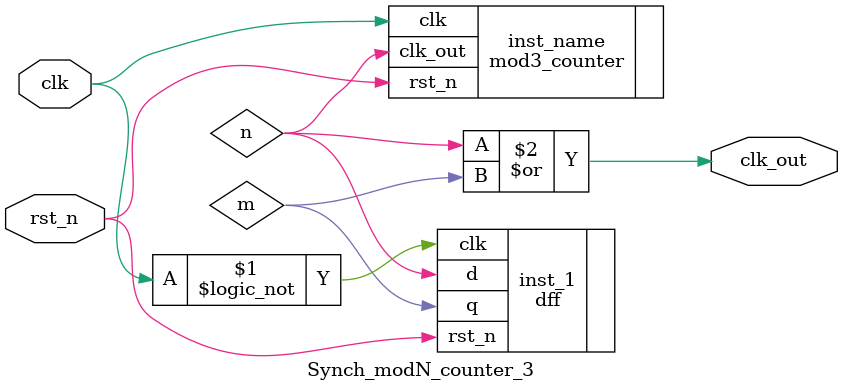
<source format=v>

module Synch_modN_counter_3(
input clk,
input rst_n,
output clk_out
); 

wire n,m; 
mod3_counter inst_name (.clk(clk), .rst_n(rst_n), .clk_out(n)); 
dff inst_1(.clk(!clk),.rst_n(rst_n),.d(n),.q(m)); 
assign clk_out = n|m; 


endmodule 
</source>
